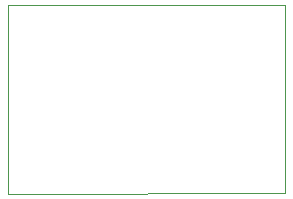
<source format=gbr>
%TF.GenerationSoftware,KiCad,Pcbnew,6.0.11+dfsg-1~bpo11+1*%
%TF.CreationDate,2023-03-12T17:24:38+00:00*%
%TF.ProjectId,tp4056,74703430-3536-42e6-9b69-6361645f7063,rev?*%
%TF.SameCoordinates,Original*%
%TF.FileFunction,Profile,NP*%
%FSLAX46Y46*%
G04 Gerber Fmt 4.6, Leading zero omitted, Abs format (unit mm)*
G04 Created by KiCad (PCBNEW 6.0.11+dfsg-1~bpo11+1) date 2023-03-12 17:24:38*
%MOMM*%
%LPD*%
G01*
G04 APERTURE LIST*
%TA.AperFunction,Profile*%
%ADD10C,0.100000*%
%TD*%
G04 APERTURE END LIST*
D10*
X128640000Y-102340000D02*
X152140000Y-102310000D01*
X128670000Y-86370000D02*
X152170000Y-86340000D01*
X152170000Y-86340000D02*
X152140000Y-102310000D01*
X128670000Y-86370000D02*
X128640000Y-102340000D01*
M02*

</source>
